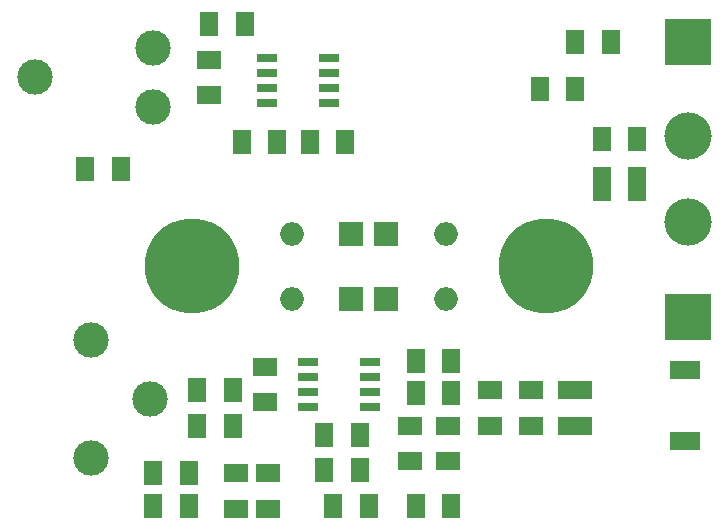
<source format=gbr>
%TF.GenerationSoftware,KiCad,Pcbnew,6.0.4-6f826c9f35~116~ubuntu20.04.1*%
%TF.CreationDate,2022-04-29T21:15:19+02:00*%
%TF.ProjectId,pin-gm-kicad,70696e2d-676d-42d6-9b69-6361642e6b69,rev?*%
%TF.SameCoordinates,Original*%
%TF.FileFunction,Soldermask,Top*%
%TF.FilePolarity,Negative*%
%FSLAX46Y46*%
G04 Gerber Fmt 4.6, Leading zero omitted, Abs format (unit mm)*
G04 Created by KiCad (PCBNEW 6.0.4-6f826c9f35~116~ubuntu20.04.1) date 2022-04-29 21:15:19*
%MOMM*%
%LPD*%
G01*
G04 APERTURE LIST*
%ADD10R,1.500000X2.000000*%
%ADD11C,3.000000*%
%ADD12R,1.500000X3.000000*%
%ADD13R,2.000000X2.000000*%
%ADD14O,2.000000X2.000000*%
%ADD15R,3.000000X1.500000*%
%ADD16R,4.000000X4.000000*%
%ADD17C,4.000000*%
%ADD18R,2.000000X1.500000*%
%ADD19R,2.500000X1.500000*%
%ADD20O,8.000000X8.000000*%
%ADD21R,1.750000X0.750000*%
G04 APERTURE END LIST*
D10*
%TO.C,C5*%
X69750000Y-92750000D03*
X66750000Y-92750000D03*
%TD*%
D11*
%TO.C,RV1*%
X66750000Y-54000000D03*
X56750000Y-56500000D03*
X66750000Y-59000000D03*
%TD*%
D12*
%TO.C,C12*%
X104750000Y-65500000D03*
X107750000Y-65500000D03*
%TD*%
D11*
%TO.C,C4*%
X66500000Y-83750000D03*
X61500000Y-88750000D03*
X61500000Y-78750000D03*
%TD*%
D13*
%TO.C,D2*%
X86500000Y-75250000D03*
D14*
X91500000Y-75250000D03*
%TD*%
D15*
%TO.C,C15*%
X102500000Y-86000000D03*
X102500000Y-83000000D03*
%TD*%
D16*
%TO.C,LS1*%
X112000000Y-53500000D03*
D17*
X112000000Y-61500000D03*
%TD*%
D10*
%TO.C,R10*%
X92000000Y-83250000D03*
X89000000Y-83250000D03*
%TD*%
D18*
%TO.C,R13*%
X91750000Y-89000000D03*
X91750000Y-86000000D03*
%TD*%
D13*
%TO.C,D3*%
X83500000Y-69750000D03*
D14*
X78500000Y-69750000D03*
%TD*%
D10*
%TO.C,R3*%
X74250000Y-62000000D03*
X77250000Y-62000000D03*
%TD*%
D18*
%TO.C,R8*%
X76250000Y-84000000D03*
X76250000Y-81000000D03*
%TD*%
%TO.C,R1*%
X95250000Y-86000000D03*
X95250000Y-83000000D03*
%TD*%
D10*
%TO.C,R12*%
X84250000Y-86750000D03*
X81250000Y-86750000D03*
%TD*%
%TO.C,R2*%
X74500000Y-52000000D03*
X71500000Y-52000000D03*
%TD*%
D19*
%TO.C,L1*%
X111750000Y-87250000D03*
X111750000Y-81250000D03*
%TD*%
D10*
%TO.C,R9*%
X99500000Y-57500000D03*
X102500000Y-57500000D03*
%TD*%
D18*
%TO.C,C14*%
X98750000Y-86000000D03*
X98750000Y-83000000D03*
%TD*%
D20*
%TO.C,H2*%
X100000000Y-72500000D03*
%TD*%
%TO.C,H1*%
X70000000Y-72500000D03*
%TD*%
D16*
%TO.C,BT1*%
X112000000Y-76750000D03*
D17*
X112000000Y-68750000D03*
%TD*%
D18*
%TO.C,R6*%
X73750000Y-93000000D03*
X73750000Y-90000000D03*
%TD*%
D10*
%TO.C,C10*%
X84250000Y-89750000D03*
X81250000Y-89750000D03*
%TD*%
D21*
%TO.C,U2*%
X79875000Y-80625000D03*
X79875000Y-81875000D03*
X79875000Y-83125000D03*
X79875000Y-84375000D03*
X85125000Y-84375000D03*
X85125000Y-83125000D03*
X85125000Y-81875000D03*
X85125000Y-80625000D03*
%TD*%
D10*
%TO.C,R4*%
X61000000Y-64250000D03*
X64000000Y-64250000D03*
%TD*%
%TO.C,C3*%
X73500000Y-86000000D03*
X70500000Y-86000000D03*
%TD*%
D13*
%TO.C,D4*%
X86500000Y-69750000D03*
D14*
X91500000Y-69750000D03*
%TD*%
D13*
%TO.C,D1*%
X83500000Y-75250000D03*
D14*
X78500000Y-75250000D03*
%TD*%
D10*
%TO.C,R11*%
X89000000Y-92750000D03*
X92000000Y-92750000D03*
%TD*%
%TO.C,C6*%
X102500000Y-53500000D03*
X105500000Y-53500000D03*
%TD*%
%TO.C,R5*%
X85000000Y-92750000D03*
X82000000Y-92750000D03*
%TD*%
D18*
%TO.C,C1*%
X76500000Y-93000000D03*
X76500000Y-90000000D03*
%TD*%
%TO.C,C13*%
X88500000Y-89000000D03*
X88500000Y-86000000D03*
%TD*%
%TO.C,C2*%
X71500000Y-58000000D03*
X71500000Y-55000000D03*
%TD*%
D10*
%TO.C,C8*%
X70500000Y-83000000D03*
X73500000Y-83000000D03*
%TD*%
%TO.C,R7*%
X80000000Y-62000000D03*
X83000000Y-62000000D03*
%TD*%
%TO.C,C9*%
X89000000Y-80500000D03*
X92000000Y-80500000D03*
%TD*%
D21*
%TO.C,U1*%
X76375000Y-54875000D03*
X76375000Y-56125000D03*
X76375000Y-57375000D03*
X76375000Y-58625000D03*
X81625000Y-58625000D03*
X81625000Y-57375000D03*
X81625000Y-56125000D03*
X81625000Y-54875000D03*
%TD*%
D10*
%TO.C,C7*%
X69750000Y-90000000D03*
X66750000Y-90000000D03*
%TD*%
%TO.C,C11*%
X104750000Y-61750000D03*
X107750000Y-61750000D03*
%TD*%
M02*

</source>
